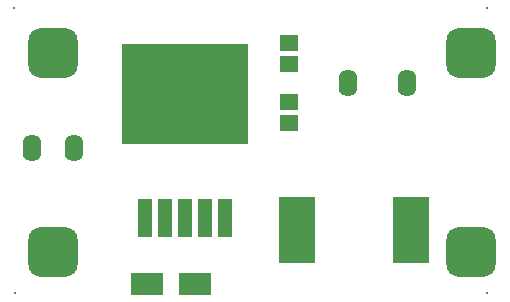
<source format=gts>
G04*
G04 #@! TF.GenerationSoftware,Altium Limited,Altium Designer,22.2.1 (43)*
G04*
G04 Layer_Color=8388736*
%FSLAX25Y25*%
%MOIN*%
G70*
G04*
G04 #@! TF.SameCoordinates,5D5B1899-6389-410F-A5DA-9F547DEB4AAD*
G04*
G04*
G04 #@! TF.FilePolarity,Negative*
G04*
G01*
G75*
%ADD19R,0.12217X0.22060*%
%ADD20R,0.10642X0.07493*%
%ADD21R,0.06115X0.05328*%
%ADD22R,0.04800X0.12808*%
%ADD23R,0.42099X0.33792*%
G04:AMPARAMS|DCode=24|XSize=8mil|YSize=8mil|CornerRadius=0mil|HoleSize=0mil|Usage=FLASHONLY|Rotation=0.000|XOffset=0mil|YOffset=0mil|HoleType=Round|Shape=RoundedRectangle|*
%AMROUNDEDRECTD24*
21,1,0.00800,0.00800,0,0,0.0*
21,1,0.00800,0.00800,0,0,0.0*
1,1,0.00000,0.00400,-0.00400*
1,1,0.00000,-0.00400,-0.00400*
1,1,0.00000,-0.00400,0.00400*
1,1,0.00000,0.00400,0.00400*
%
%ADD24ROUNDEDRECTD24*%
G04:AMPARAMS|DCode=25|XSize=165.48mil|YSize=165.48mil|CornerRadius=43.37mil|HoleSize=0mil|Usage=FLASHONLY|Rotation=0.000|XOffset=0mil|YOffset=0mil|HoleType=Round|Shape=RoundedRectangle|*
%AMROUNDEDRECTD25*
21,1,0.16548,0.07874,0,0,0.0*
21,1,0.07874,0.16548,0,0,0.0*
1,1,0.08674,0.03937,-0.03937*
1,1,0.08674,-0.03937,-0.03937*
1,1,0.08674,-0.03937,0.03937*
1,1,0.08674,0.03937,0.03937*
%
%ADD25ROUNDEDRECTD25*%
%ADD26O,0.06312X0.09068*%
D19*
X492717Y277559D02*
D03*
X530905D02*
D03*
D20*
X458661Y259842D02*
D03*
X442913D02*
D03*
D21*
X490158Y313484D02*
D03*
Y320374D02*
D03*
Y333169D02*
D03*
Y340059D02*
D03*
D22*
X468902Y281622D02*
D03*
X462201D02*
D03*
X455500D02*
D03*
X448799D02*
D03*
X442114D02*
D03*
D23*
X455500Y322961D02*
D03*
D24*
X556299Y351575D02*
D03*
Y256693D02*
D03*
X398819D02*
D03*
X398425Y351575D02*
D03*
D25*
X550787Y336614D02*
D03*
X411417Y270472D02*
D03*
X550787D02*
D03*
X411417Y336614D02*
D03*
D26*
X529528Y326772D02*
D03*
X509842D02*
D03*
X418307Y305118D02*
D03*
X404528D02*
D03*
M02*

</source>
